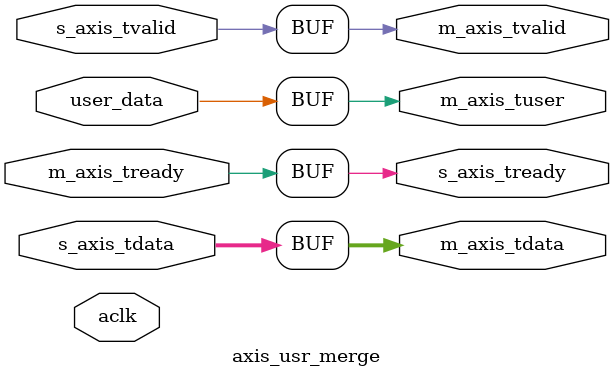
<source format=v>

`timescale 1 ns / 1 ps

module axis_usr_merge #
(
  parameter integer AXIS_TDATA_WIDTH = 32,
  parameter integer AXIS_TUSER_WIDTH = 1
)
(
  // User signals
  input  wire [AXIS_TUSER_WIDTH-1:0] user_data,

  // System signals
  input  wire                        aclk,

  // Slave side
  output wire                        s_axis_tready,
  input  wire [AXIS_TDATA_WIDTH-1:0] s_axis_tdata,
  input  wire                        s_axis_tvalid,

  // Master side
  input  wire                        m_axis_tready,
  output wire [AXIS_TDATA_WIDTH-1:0] m_axis_tdata,
  output wire                        m_axis_tvalid,
  output wire [AXIS_TUSER_WIDTH-1:0] m_axis_tuser
);

  assign s_axis_tready =  m_axis_tready;
  assign m_axis_tdata = s_axis_tdata;
  assign m_axis_tvalid = s_axis_tvalid;
  assign m_axis_tuser = user_data;
endmodule

</source>
